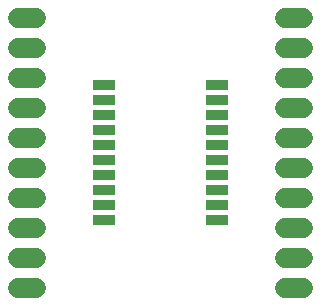
<source format=gbr>
G04 EAGLE Gerber RS-274X export*
G75*
%MOMM*%
%FSLAX34Y34*%
%LPD*%
%INSoldermask Top*%
%IPPOS*%
%AMOC8*
5,1,8,0,0,1.08239X$1,22.5*%
G01*
G04 Define Apertures*
%ADD10R,1.853200X0.853200*%
%ADD11C,1.727200*%
D10*
X128950Y280646D03*
X128950Y267946D03*
X128950Y255246D03*
X128950Y242546D03*
X128950Y229846D03*
X128950Y217146D03*
X128950Y204446D03*
X128950Y191746D03*
X128950Y179046D03*
X128950Y166346D03*
X224450Y166346D03*
X224450Y179046D03*
X224450Y191746D03*
X224450Y204446D03*
X224450Y217146D03*
X224450Y229846D03*
X224450Y242546D03*
X224450Y255246D03*
X224450Y267946D03*
X224450Y280646D03*
D11*
X71120Y109196D02*
X55880Y109196D01*
X55880Y134596D02*
X71120Y134596D01*
X71120Y159996D02*
X55880Y159996D01*
X55880Y185396D02*
X71120Y185396D01*
X71120Y210796D02*
X55880Y210796D01*
X55880Y236196D02*
X71120Y236196D01*
X71120Y261596D02*
X55880Y261596D01*
X55880Y286996D02*
X71120Y286996D01*
X71120Y312396D02*
X55880Y312396D01*
X55880Y337796D02*
X71120Y337796D01*
X282280Y337796D02*
X297520Y337796D01*
X297520Y312396D02*
X282280Y312396D01*
X282280Y286996D02*
X297520Y286996D01*
X297520Y261596D02*
X282280Y261596D01*
X282280Y236196D02*
X297520Y236196D01*
X297520Y210796D02*
X282280Y210796D01*
X282280Y185396D02*
X297520Y185396D01*
X297520Y159996D02*
X282280Y159996D01*
X282280Y134596D02*
X297520Y134596D01*
X297520Y109196D02*
X282280Y109196D01*
M02*

</source>
